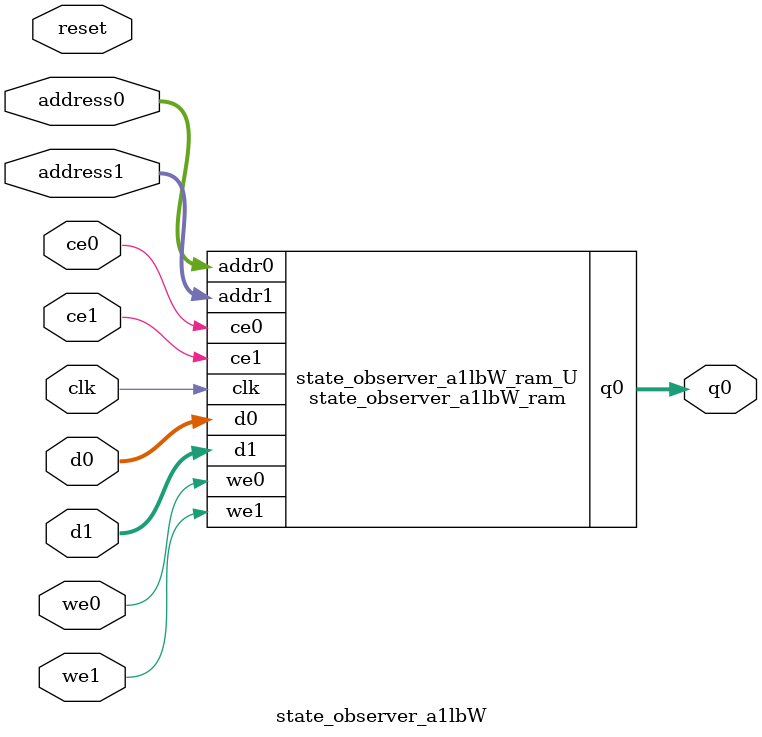
<source format=v>

`timescale 1 ns / 1 ps
module state_observer_a1lbW_ram (addr0, ce0, d0, we0, q0, addr1, ce1, d1, we1,  clk);

parameter DWIDTH = 16;
parameter AWIDTH = 3;
parameter MEM_SIZE = 6;

input[AWIDTH-1:0] addr0;
input ce0;
input[DWIDTH-1:0] d0;
input we0;
output reg[DWIDTH-1:0] q0;
input[AWIDTH-1:0] addr1;
input ce1;
input[DWIDTH-1:0] d1;
input we1;
input clk;

(* ram_style = "block" *)reg [DWIDTH-1:0] ram[0:MEM_SIZE-1];




always @(posedge clk)  
begin 
    if (ce0) 
    begin
        if (we0) 
        begin 
            ram[addr0] <= d0; 
            q0 <= d0;
        end 
        else 
            q0 <= ram[addr0];
    end
end


always @(posedge clk)  
begin 
    if (ce1) 
    begin
        if (we1) 
        begin 
            ram[addr1] <= d1; 
        end 
    end
end


endmodule


`timescale 1 ns / 1 ps
module state_observer_a1lbW(
    reset,
    clk,
    address0,
    ce0,
    we0,
    d0,
    q0,
    address1,
    ce1,
    we1,
    d1);

parameter DataWidth = 32'd16;
parameter AddressRange = 32'd6;
parameter AddressWidth = 32'd3;
input reset;
input clk;
input[AddressWidth - 1:0] address0;
input ce0;
input we0;
input[DataWidth - 1:0] d0;
output[DataWidth - 1:0] q0;
input[AddressWidth - 1:0] address1;
input ce1;
input we1;
input[DataWidth - 1:0] d1;



state_observer_a1lbW_ram state_observer_a1lbW_ram_U(
    .clk( clk ),
    .addr0( address0 ),
    .ce0( ce0 ),
    .we0( we0 ),
    .d0( d0 ),
    .q0( q0 ),
    .addr1( address1 ),
    .ce1( ce1 ),
    .we1( we1 ),
    .d1( d1 ));

endmodule


</source>
